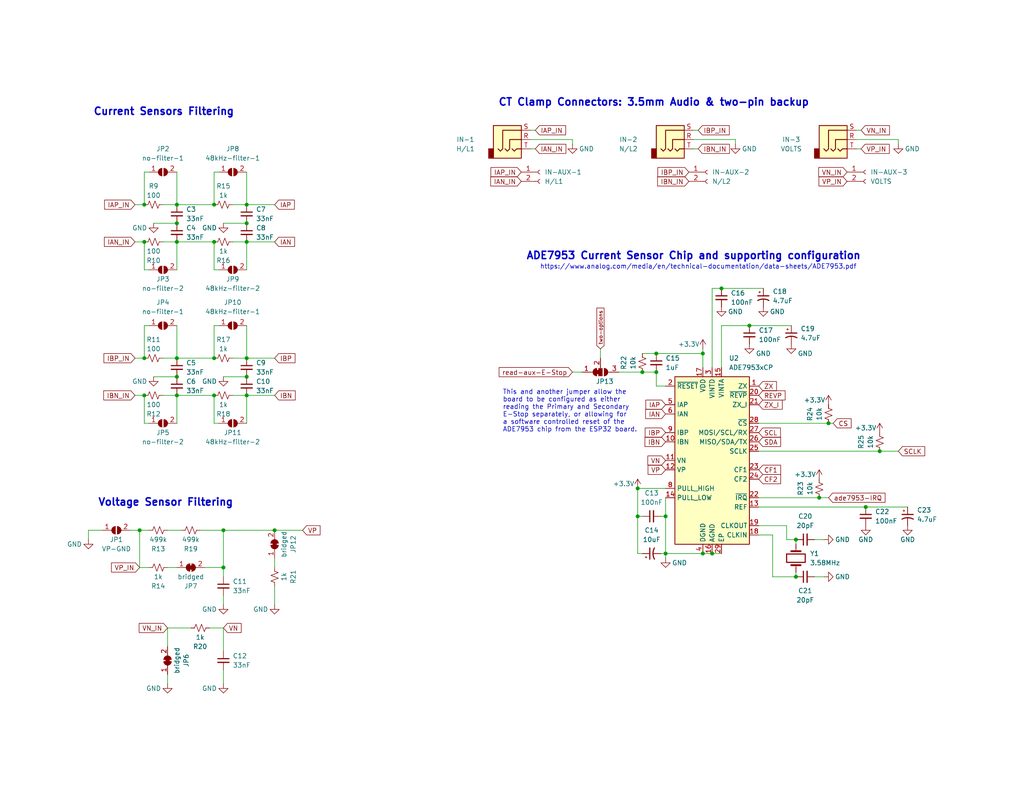
<source format=kicad_sch>
(kicad_sch (version 20211123) (generator eeschema)
  (paper "USLetter")
  (title_block (title "ADE7953 Current Sensor") (date "2022-10-09") (rev "3") (company "Corey Rice & MakeHaven") (comment 1 "ADE7953 implemented as in engineering development board") (comment 2 "Pull-up resistors added to configure chip for I2C communication") (comment 3 "3 connectors added, to read 2 current channels and 1 voltage"))
  (lib_symbols
    (symbol "+3.3V_1" (power) (pin_names (offset 0))
      (property "Value" "+3.3V_1" (at 0 3.556 0))
      (symbol "+3.3V_1_0_1"
        (polyline (pts (xy -0.762 1.27) (xy 0 2.54)))
        (polyline (pts (xy 0 0) (xy 0 2.54)))
        (polyline (pts (xy 0 2.54) (xy 0.762 1.27)))
      )
      (symbol "+3.3V_1_1_1"
        (pin power_in line (at 0 0 90) (length 0) hide (name "+3.3V") (number "1"))
      )
    )
    (symbol "Connector:AudioJack3"
      (property "Reference" "J" (at 0 8.89 0))
      (property "Value" "AudioJack3" (at 0 6.35 0))
      (symbol "AudioJack3_0_1"
        (rectangle (start -5.08 -5.08) (end -6.35 -2.54) (stroke (width 0.254)) (fill (type outline)))
        (polyline (pts (xy 0 -2.54) (xy 0.635 -3.175) (xy 1.27 -2.54) (xy 2.54 -2.54)) (stroke (width 0.254)))
        (polyline (pts (xy -1.905 -2.54) (xy -1.27 -3.175) (xy -0.635 -2.54) (xy -0.635 0) (xy 2.54 0)) (stroke (width 0.254)))
        (polyline (pts (xy 2.54 2.54) (xy -2.54 2.54) (xy -2.54 -2.54) (xy -3.175 -3.175) (xy -3.81 -2.54)) (stroke (width 0.254)))
        (rectangle (start 2.54 3.81) (end -5.08 -5.08) (stroke (width 0.254)) (fill (type background)))
      )
      (symbol "AudioJack3_1_1"
        (pin passive line (at 5.08 0 180) (length 2.54) (name "~") (number "R"))
        (pin passive line (at 5.08 2.54 180) (length 2.54) (name "~") (number "S"))
        (pin passive line (at 5.08 -2.54 180) (length 2.54) (name "~") (number "T"))
      )
    )
    (symbol "Connector:Conn_01x02_Female" (pin_names (offset 1.016) hide)
      (property "Reference" "J" (at 0 2.54 0))
      (property "Value" "Conn_01x02_Female" (at 0 -5.08 0))
      (symbol "Conn_01x02_Female_1_1"
        (arc (start 0 -2.032) (mid -0.508 -2.54) (end 0 -3.048) (stroke (width 0.1524)))
        (polyline (pts (xy -1.27 -2.54) (xy -0.508 -2.54)) (stroke (width 0.1524)))
        (polyline (pts (xy -1.27 0) (xy -0.508 0)) (stroke (width 0.1524)))
        (arc (start 0 0.508) (mid -0.508 0) (end 0 -0.508) (stroke (width 0.1524)))
        (pin passive line (at -5.08 0 0) (length 3.81) (name "Pin_1") (number "1"))
        (pin passive line (at -5.08 -2.54 0) (length 3.81) (name "Pin_2") (number "2"))
      )
    )
    (symbol "Device:C_Polarized_Small_US" (pin_numbers hide) (pin_names (offset 0.254) hide)
      (property "Reference" "C" (at 0.254 1.778 0))
      (property "Value" "C_Polarized_Small_US" (at 0.254 -2.032 0))
      (symbol "C_Polarized_Small_US_0_1"
        (polyline (pts (xy -1.524 0.508) (xy 1.524 0.508)) (stroke (width 0.3048)))
        (polyline (pts (xy -1.27 1.524) (xy -0.762 1.524)))
        (polyline (pts (xy -1.016 1.27) (xy -1.016 1.778)))
        (arc (start 1.524 -0.762) (mid 0 -0.3734) (end -1.524 -0.762) (stroke (width 0.3048)))
      )
      (symbol "C_Polarized_Small_US_1_1"
        (pin passive line (at 0 2.54 270) (length 2.032) (name "~") (number "1"))
        (pin passive line (at 0 -2.54 90) (length 2.032) (name "~") (number "2"))
      )
    )
    (symbol "Device:C_Small" (pin_numbers hide) (pin_names (offset 0.254) hide)
      (property "Reference" "C" (at 0.254 1.778 0))
      (property "Value" "C_Small" (at 0.254 -2.032 0))
      (symbol "C_Small_0_1"
        (polyline (pts (xy -1.524 -0.508) (xy 1.524 -0.508)) (stroke (width 0.3302)))
        (polyline (pts (xy -1.524 0.508) (xy 1.524 0.508)) (stroke (width 0.3048)))
      )
      (symbol "C_Small_1_1"
        (pin passive line (at 0 2.54 270) (length 2.032) (name "~") (number "1"))
        (pin passive line (at 0 -2.54 90) (length 2.032) (name "~") (number "2"))
      )
    )
    (symbol "Device:Crystal" (pin_numbers hide) (pin_names (offset 1.016) hide)
      (property "Reference" "Y" (at 0 3.81 0))
      (property "Value" "Crystal" (at 0 -3.81 0))
      (symbol "Crystal_0_1"
        (rectangle (start -1.143 2.54) (end 1.143 -2.54) (stroke (width 0.3048)))
        (polyline (pts (xy -2.54 0) (xy -1.905 0)))
        (polyline (pts (xy -1.905 -1.27) (xy -1.905 1.27)) (stroke (width 0.508)))
        (polyline (pts (xy 1.905 -1.27) (xy 1.905 1.27)) (stroke (width 0.508)))
        (polyline (pts (xy 2.54 0) (xy 1.905 0)))
      )
      (symbol "Crystal_1_1"
        (pin passive line (at -3.81 0 0) (length 1.27) (name "1") (number "1"))
        (pin passive line (at 3.81 0 180) (length 1.27) (name "2") (number "2"))
      )
    )
    (symbol "Device:R_Small_US" (pin_numbers hide) (pin_names (offset 0.254) hide)
      (property "Reference" "R" (at 0.762 0.508 0))
      (property "Value" "R_Small_US" (at 0.762 -1.016 0))
      (symbol "R_Small_US_1_1"
        (polyline (pts (xy 0 0) (xy 1.016 -0.381) (xy 0 -0.762) (xy -1.016 -1.143) (xy 0 -1.524)))
        (polyline (pts (xy 0 1.524) (xy 1.016 1.143) (xy 0 0.762) (xy -1.016 0.381) (xy 0 0)))
        (pin passive line (at 0 2.54 270) (length 1.016) (name "~") (number "1"))
        (pin passive line (at 0 -2.54 90) (length 1.016) (name "~") (number "2"))
      )
    )
    (symbol "Jumper:SolderJumper_2_Bridged" (pin_names (offset 0) hide)
      (property "Reference" "JP" (at 0 2.032 0))
      (property "Value" "SolderJumper_2_Bridged" (at 0 -2.54 0))
      (symbol "SolderJumper_2_Bridged_0_1"
        (rectangle (start -0.508 0.508) (end 0.508 -0.508) (fill (type outline)))
        (arc (start -0.254 1.016) (mid -1.27 0) (end -0.254 -1.016))
        (arc (start -0.254 1.016) (mid -1.27 0) (end -0.254 -1.016) (fill (type outline)))
        (polyline (pts (xy -0.254 1.016) (xy -0.254 -1.016)))
        (polyline (pts (xy 0.254 1.016) (xy 0.254 -1.016)))
        (arc (start 0.254 -1.016) (mid 1.27 0) (end 0.254 1.016))
        (arc (start 0.254 -1.016) (mid 1.27 0) (end 0.254 1.016) (fill (type outline)))
      )
      (symbol "SolderJumper_2_Bridged_1_1"
        (pin passive line (at -3.81 0 0) (length 2.54) (name "A") (number "1"))
        (pin passive line (at 3.81 0 180) (length 2.54) (name "B") (number "2"))
      )
    )
    (symbol "Jumper:SolderJumper_2_Open" (pin_names (offset 0) hide)
      (property "Reference" "JP" (at 0 2.032 0))
      (property "Value" "SolderJumper_2_Open" (at 0 -2.54 0))
      (symbol "SolderJumper_2_Open_0_1"
        (arc (start -0.254 1.016) (mid -1.27 0) (end -0.254 -1.016))
        (arc (start -0.254 1.016) (mid -1.27 0) (end -0.254 -1.016) (fill (type outline)))
        (polyline (pts (xy -0.254 1.016) (xy -0.254 -1.016)))
        (polyline (pts (xy 0.254 1.016) (xy 0.254 -1.016)))
        (arc (start 0.254 -1.016) (mid 1.27 0) (end 0.254 1.016))
        (arc (start 0.254 -1.016) (mid 1.27 0) (end 0.254 1.016) (fill (type outline)))
      )
      (symbol "SolderJumper_2_Open_1_1"
        (pin passive line (at -3.81 0 0) (length 2.54) (name "A") (number "1"))
        (pin passive line (at 3.81 0 180) (length 2.54) (name "B") (number "2"))
      )
    )
    (symbol "Jumper:SolderJumper_3_Bridged12" (pin_names (offset 0) hide)
      (property "Reference" "JP" (at -2.54 -2.54 0))
      (property "Value" "SolderJumper_3_Bridged12" (at 0 2.794 0))
      (symbol "SolderJumper_3_Bridged12_0_1"
        (rectangle (start -1.016 0.508) (end -0.508 -0.508) (fill (type outline)))
        (arc (start -1.016 1.016) (mid -2.032 0) (end -1.016 -1.016))
        (arc (start -1.016 1.016) (mid -2.032 0) (end -1.016 -1.016) (fill (type outline)))
        (rectangle (start -0.508 1.016) (end 0.508 -1.016) (fill (type outline)))
        (polyline (pts (xy -2.54 0) (xy -2.032 0)))
        (polyline (pts (xy -1.016 1.016) (xy -1.016 -1.016)))
        (polyline (pts (xy 0 -1.27) (xy 0 -1.016)))
        (polyline (pts (xy 1.016 1.016) (xy 1.016 -1.016)))
        (polyline (pts (xy 2.54 0) (xy 2.032 0)))
        (arc (start 1.016 -1.016) (mid 2.032 0) (end 1.016 1.016))
        (arc (start 1.016 -1.016) (mid 2.032 0) (end 1.016 1.016) (fill (type outline)))
      )
      (symbol "SolderJumper_3_Bridged12_1_1"
        (pin passive line (at -5.08 0 0) (length 2.54) (name "A") (number "1"))
        (pin passive line (at 0 -3.81 90) (length 2.54) (name "C") (number "2"))
        (pin passive line (at 5.08 0 180) (length 2.54) (name "B") (number "3"))
      )
    )
    (symbol "Sensor:ADE7953xCP"
      (property "Reference" "U1" (at 4.5594 27.94 0))
      (property "Value" "ADE7953xCP" (at 4.5594 25.4 0))
      (symbol "ADE7953xCP_0_1"
        (rectangle (start 10.16 -22.86) (end -10.16 22.86) (stroke (width 0.254)) (fill (type background)))
      )
      (symbol "ADE7953xCP_1_1"
        (pin output line (at 12.7 20.32 180) (length 2.54) (name "ZX") (number "1"))
        (pin input line (at -12.7 5.08 0) (length 2.54) (name "IBN") (number "10"))
        (pin input line (at -12.7 0 0) (length 2.54) (name "VN") (number "11"))
        (pin input line (at -12.7 -2.54 0) (length 2.54) (name "VP") (number "12"))
        (pin input line (at 12.7 -12.7 180) (length 2.54) (name "REF") (number "13"))
        (pin input line (at -12.7 -10.16 0) (length 2.54) (name "PULL_LOW") (number "14"))
        (pin power_out line (at 2.54 25.4 270) (length 2.54) (name "VINTA") (number "15"))
        (pin power_in line (at 0 -25.4 90) (length 2.54) (name "AGND") (number "16"))
        (pin power_in line (at -2.54 25.4 270) (length 2.54) (name "VDD") (number "17"))
        (pin input line (at 12.7 -20.32 180) (length 2.54) (name "CLKIN") (number "18"))
        (pin output line (at 12.7 -17.78 180) (length 2.54) (name "CLKOUT") (number "19"))
        (pin input line (at -12.7 20.32 0) (length 2.54) (name "~{RESET}") (number "2"))
        (pin output line (at 12.7 17.78 180) (length 2.54) (name "~{REVP}") (number "20"))
        (pin output line (at 12.7 15.24 180) (length 2.54) (name "ZX_I") (number "21"))
        (pin open_collector line (at 12.7 -10.16 180) (length 2.54) (name "~{IRQ}") (number "22"))
        (pin output line (at 12.7 -2.54 180) (length 2.54) (name "CF1") (number "23"))
        (pin output line (at 12.7 -5.08 180) (length 2.54) (name "CF2") (number "24"))
        (pin input line (at 12.7 2.54 180) (length 2.54) (name "SCLK") (number "25"))
        (pin bidirectional line (at 12.7 5.08 180) (length 2.54) (name "MISO/SDA/TX") (number "26"))
        (pin input line (at 12.7 7.62 180) (length 2.54) (name "MOSI/SCL/RX") (number "27"))
        (pin input line (at 12.7 10.16 180) (length 2.54) (name "~{CS}") (number "28"))
        (pin passive line (at 2.54 -25.4 90) (length 2.54) (name "EP") (number "29"))
        (pin power_out line (at 0 25.4 270) (length 2.54) (name "VINTD") (number "3"))
        (pin power_in line (at -2.54 -25.4 90) (length 2.54) (name "DGND") (number "4"))
        (pin input line (at -12.7 15.24 0) (length 2.54) (name "IAP") (number "5"))
        (pin input line (at -12.7 12.7 0) (length 2.54) (name "IAN") (number "6"))
        (pin input line (at -12.7 -7.62 0) (length 2.54) hide (name "PULL_HIGH") (number "7"))
        (pin input line (at -12.7 -7.62 0) (length 2.54) (name "PULL_HIGH") (number "8"))
        (pin input line (at -12.7 7.62 0) (length 2.54) (name "IBP") (number "9"))
      )
    )
    (symbol "power:GND" (power) (pin_names (offset 0))
      (property "Value" "GND" (at 0 -3.81 0))
      (symbol "GND_0_1"
        (polyline (pts (xy 0 0) (xy 0 -1.27) (xy 1.27 -1.27) (xy 0 -2.54) (xy -1.27 -1.27) (xy 0 -1.27)))
      )
      (symbol "GND_1_1"
        (pin power_in line (at 0 0 270) (length 0) hide (name "GND") (number "1"))
      )
    )
  )
  (junction (at 217.17 147.32))
  (junction (at 39.37 107.95))
  (junction (at 74.93 144.78))
  (junction (at 48.26 60.96))
  (junction (at 39.37 66.04))
  (junction (at 204.47 88.9))
  (junction (at 58.42 55.88))
  (junction (at 194.31 151.13))
  (junction (at 236.22 138.43))
  (junction (at 39.37 97.79))
  (junction (at 58.42 107.95))
  (junction (at 48.26 97.79))
  (junction (at 226.06 115.57))
  (junction (at 58.42 66.04))
  (junction (at 179.07 96.52))
  (junction (at 67.31 55.88))
  (junction (at 240.03 123.19))
  (junction (at 48.26 66.04))
  (junction (at 48.26 55.88))
  (junction (at 48.26 102.87))
  (junction (at 48.26 107.95))
  (junction (at 181.61 140.97))
  (junction (at 223.52 135.89))
  (junction (at 175.26 101.6))
  (junction (at 173.99 140.97))
  (junction (at 58.42 97.79))
  (junction (at 67.31 107.95))
  (junction (at 191.77 96.52))
  (junction (at 67.31 66.04))
  (junction (at 67.31 60.96))
  (junction (at 196.85 78.74))
  (junction (at 173.99 133.35))
  (junction (at 67.31 97.79))
  (junction (at 179.07 101.6))
  (junction (at 191.77 151.13))
  (junction (at 38.1 144.78))
  (junction (at 181.61 151.13))
  (junction (at 60.96 144.78))
  (junction (at 217.17 157.48))
  (junction (at 39.37 55.88))
  (junction (at 67.31 102.87))
  (junction (at 60.96 154.94))
  (wire (pts (xy 58.42 46.99) (xy 58.42 55.88)))
  (wire (pts (xy 245.11 38.1) (xy 233.68 38.1)))
  (wire (pts (xy 236.22 138.43) (xy 247.65 138.43)))
  (wire (pts (xy 179.07 105.41) (xy 179.07 101.6)))
  (wire (pts (xy 36.83 55.88) (xy 39.37 55.88)))
  (wire (pts (xy 191.77 95.25) (xy 191.77 96.52)))
  (wire (pts (xy 60.96 144.78) (xy 74.93 144.78)))
  (wire (pts (xy 67.31 88.9) (xy 67.31 97.79)))
  (wire (pts (xy 194.31 100.33) (xy 194.31 78.74)))
  (wire (pts (xy 168.91 101.6) (xy 175.26 101.6)))
  (wire (pts (xy 48.26 46.99) (xy 48.26 55.88)))
  (wire (pts (xy 173.99 133.35) (xy 173.99 140.97)))
  (wire (pts (xy 74.93 152.4) (xy 74.93 154.94)))
  (wire (pts (xy 207.01 138.43) (xy 236.22 138.43)))
  (wire (pts (xy 233.68 40.64) (xy 234.95 40.64)))
  (wire (pts (xy 181.61 140.97) (xy 181.61 151.13)))
  (wire (pts (xy 74.93 107.95) (xy 67.31 107.95)))
  (wire (pts (xy 48.26 107.95) (xy 58.42 107.95)))
  (wire (pts (xy 57.15 171.45) (xy 60.96 171.45)))
  (wire (pts (xy 226.06 115.57) (xy 207.01 115.57)))
  (wire (pts (xy 196.85 151.13) (xy 194.31 151.13)))
  (wire (pts (xy 207.01 143.51) (xy 214.63 143.51)))
  (wire (pts (xy 36.83 107.95) (xy 39.37 107.95)))
  (wire (pts (xy 190.5 35.56) (xy 189.23 35.56)))
  (wire (pts (xy 191.77 96.52) (xy 191.77 100.33)))
  (wire (pts (xy 181.61 151.13) (xy 181.61 152.4)))
  (wire (pts (xy 63.5 97.79) (xy 67.31 97.79)))
  (wire (pts (xy 41.91 60.96) (xy 48.26 60.96)))
  (wire (pts (xy 59.69 88.9) (xy 58.42 88.9)))
  (wire (pts (xy 60.96 102.87) (xy 67.31 102.87)))
  (wire (pts (xy 175.26 101.6) (xy 179.07 101.6)))
  (wire (pts (xy 40.64 88.9) (xy 39.37 88.9)))
  (wire (pts (xy 156.21 101.6) (xy 158.75 101.6)))
  (wire (pts (xy 39.37 46.99) (xy 39.37 55.88)))
  (wire (pts (xy 40.64 115.57) (xy 39.37 115.57)))
  (wire (pts (xy 63.5 107.95) (xy 67.31 107.95)))
  (wire (pts (xy 194.31 78.74) (xy 196.85 78.74)))
  (wire (pts (xy 36.83 97.79) (xy 39.37 97.79)))
  (wire (pts (xy 67.31 46.99) (xy 67.31 55.88)))
  (wire (pts (xy 144.78 38.1) (xy 156.21 38.1)))
  (wire (pts (xy 38.1 154.94) (xy 38.1 144.78)))
  (wire (pts (xy 45.72 154.94) (xy 48.26 154.94)))
  (wire (pts (xy 24.13 144.78) (xy 24.13 147.32)))
  (wire (pts (xy 146.05 35.56) (xy 144.78 35.56)))
  (wire (pts (xy 196.85 78.74) (xy 208.28 78.74)))
  (wire (pts (xy 173.99 151.13) (xy 175.26 151.13)))
  (wire (pts (xy 60.96 154.94) (xy 60.96 157.48)))
  (wire (pts (xy 35.56 144.78) (xy 38.1 144.78)))
  (wire (pts (xy 200.66 39.37) (xy 200.66 38.1)))
  (wire (pts (xy 214.63 147.32) (xy 217.17 147.32)))
  (wire (pts (xy 41.91 102.87) (xy 48.26 102.87)))
  (wire (pts (xy 181.61 151.13) (xy 180.34 151.13)))
  (wire (pts (xy 63.5 66.04) (xy 67.31 66.04)))
  (wire (pts (xy 48.26 88.9) (xy 48.26 97.79)))
  (wire (pts (xy 207.01 146.05) (xy 210.82 146.05)))
  (wire (pts (xy 181.61 140.97) (xy 180.34 140.97)))
  (wire (pts (xy 200.66 38.1) (xy 189.23 38.1)))
  (wire (pts (xy 59.69 115.57) (xy 58.42 115.57)))
  (wire (pts (xy 58.42 115.57) (xy 58.42 107.95)))
  (wire (pts (xy 181.61 135.89) (xy 181.61 140.97)))
  (wire (pts (xy 74.93 160.02) (xy 74.93 165.1)))
  (wire (pts (xy 175.26 140.97) (xy 173.99 140.97)))
  (wire (pts (xy 245.11 123.19) (xy 240.03 123.19)))
  (wire (pts (xy 48.26 66.04) (xy 58.42 66.04)))
  (wire (pts (xy 39.37 115.57) (xy 39.37 107.95)))
  (wire (pts (xy 194.31 151.13) (xy 191.77 151.13)))
  (wire (pts (xy 67.31 107.95) (xy 67.31 115.57)))
  (wire (pts (xy 196.85 88.9) (xy 196.85 100.33)))
  (wire (pts (xy 156.21 39.37) (xy 156.21 38.1)))
  (wire (pts (xy 40.64 73.66) (xy 39.37 73.66)))
  (wire (pts (xy 226.06 135.89) (xy 223.52 135.89)))
  (wire (pts (xy 48.26 66.04) (xy 48.26 73.66)))
  (wire (pts (xy 173.99 133.35) (xy 181.61 133.35)))
  (wire (pts (xy 210.82 146.05) (xy 210.82 157.48)))
  (wire (pts (xy 60.96 60.96) (xy 67.31 60.96)))
  (wire (pts (xy 63.5 55.88) (xy 67.31 55.88)))
  (wire (pts (xy 179.07 96.52) (xy 191.77 96.52)))
  (wire (pts (xy 173.99 140.97) (xy 173.99 151.13)))
  (wire (pts (xy 54.61 144.78) (xy 60.96 144.78)))
  (wire (pts (xy 60.96 144.78) (xy 60.96 154.94)))
  (wire (pts (xy 191.77 151.13) (xy 181.61 151.13)))
  (wire (pts (xy 59.69 46.99) (xy 58.42 46.99)))
  (wire (pts (xy 196.85 88.9) (xy 204.47 88.9)))
  (wire (pts (xy 44.45 66.04) (xy 48.26 66.04)))
  (wire (pts (xy 44.45 97.79) (xy 48.26 97.79)))
  (wire (pts (xy 27.94 144.78) (xy 24.13 144.78)))
  (wire (pts (xy 40.64 46.99) (xy 39.37 46.99)))
  (wire (pts (xy 181.61 105.41) (xy 179.07 105.41)))
  (wire (pts (xy 175.26 96.52) (xy 179.07 96.52)))
  (wire (pts (xy 67.31 66.04) (xy 67.31 73.66)))
  (wire (pts (xy 40.64 154.94) (xy 38.1 154.94)))
  (wire (pts (xy 234.95 35.56) (xy 233.68 35.56)))
  (wire (pts (xy 45.72 171.45) (xy 52.07 171.45)))
  (wire (pts (xy 74.93 144.78) (xy 82.55 144.78)))
  (wire (pts (xy 163.83 95.25) (xy 163.83 97.79)))
  (wire (pts (xy 207.01 135.89) (xy 223.52 135.89)))
  (wire (pts (xy 222.25 147.32) (xy 224.79 147.32)))
  (wire (pts (xy 59.69 73.66) (xy 58.42 73.66)))
  (wire (pts (xy 60.96 182.88) (xy 60.96 186.69)))
  (wire (pts (xy 217.17 147.32) (xy 217.17 148.59)))
  (wire (pts (xy 214.63 143.51) (xy 214.63 147.32)))
  (wire (pts (xy 44.45 55.88) (xy 48.26 55.88)))
  (wire (pts (xy 38.1 144.78) (xy 40.64 144.78)))
  (wire (pts (xy 74.93 97.79) (xy 67.31 97.79)))
  (wire (pts (xy 60.96 171.45) (xy 60.96 177.8)))
  (wire (pts (xy 146.05 40.64) (xy 144.78 40.64)))
  (wire (pts (xy 45.72 184.15) (xy 45.72 186.69)))
  (wire (pts (xy 60.96 162.56) (xy 60.96 165.1)))
  (wire (pts (xy 222.25 157.48) (xy 224.79 157.48)))
  (wire (pts (xy 45.72 176.53) (xy 45.72 171.45)))
  (wire (pts (xy 210.82 157.48) (xy 217.17 157.48)))
  (wire (pts (xy 58.42 73.66) (xy 58.42 66.04)))
  (wire (pts (xy 48.26 107.95) (xy 48.26 115.57)))
  (wire (pts (xy 55.88 154.94) (xy 60.96 154.94)))
  (wire (pts (xy 245.11 39.37) (xy 245.11 38.1)))
  (wire (pts (xy 48.26 55.88) (xy 58.42 55.88)))
  (wire (pts (xy 48.26 97.79) (xy 58.42 97.79)))
  (wire (pts (xy 217.17 156.21) (xy 217.17 157.48)))
  (wire (pts (xy 58.42 88.9) (xy 58.42 97.79)))
  (wire (pts (xy 204.47 88.9) (xy 215.9 88.9)))
  (wire (pts (xy 227.33 115.57) (xy 226.06 115.57)))
  (wire (pts (xy 74.93 66.04) (xy 67.31 66.04)))
  (wire (pts (xy 189.23 40.64) (xy 190.5 40.64)))
  (wire (pts (xy 44.45 107.95) (xy 48.26 107.95)))
  (wire (pts (xy 36.83 66.04) (xy 39.37 66.04)))
  (wire (pts (xy 240.03 123.19) (xy 207.01 123.19)))
  (wire (pts (xy 45.72 144.78) (xy 49.53 144.78)))
  (wire (pts (xy 39.37 88.9) (xy 39.37 97.79)))
  (wire (pts (xy 74.93 55.88) (xy 67.31 55.88)))
  (wire (pts (xy 39.37 73.66) (xy 39.37 66.04)))
  (text "CT Clamp Connectors: 3.5mm Audio & two-pin backup" (at 135.89 29.21 0) (effects (font (size 2 2) (thickness 0.4) bold) (justify left bottom)))
  (text "Voltage Sensor Filtering" (at 26.67 138.43 0) (effects (font (size 2 2) (thickness 0.4) bold) (justify left bottom)))
  (text "https://www.analog.com/media/en/technical-documentation/data-sheets/ADE7953.pdf\n" (at 147.32 73.66 0) (effects (font (size 1.27 1.27)) (justify left bottom)))
  (text "ADE7953 Current Sensor Chip and supporting configuration" (at 143.51 71.12 0) (effects (font (size 2 2) (thickness 0.4) bold) (justify left bottom)))
  (text "Current Sensors Filtering" (at 25.4 31.75 0) (effects (font (size 2 2) (thickness 0.4) bold) (justify left bottom)))
  (text "This and another jumper allow the \nboard to be configured as either \nreading the Primary and Secondary \nE-Stop separately, or allowing for \na software controlled reset of the \nADE7953 chip from the ESP32 board." (at 137.16 118.11 0) (effects (font (size 1.27 1.27)) (justify left bottom)))
  (global_label "REVP" (shape input) (at 207.01 107.95 0) (property "Intersheet References" "${INTERSHEET_REFS}" (effects hide)))
  (global_label "IBN_IN" (shape input) (at 190.5 40.64 0) (property "Intersheet References" "${INTERSHEET_REFS}" (effects hide)))
  (global_label "VN_IN" (shape input) (at 45.72 171.45 180) (property "Intersheet References" "${INTERSHEET_REFS}" (effects hide)))
  (global_label "IBN" (shape input) (at 74.93 107.95 0) (property "Intersheet References" "${INTERSHEET_REFS}" (effects hide)))
  (global_label "IBP" (shape input) (at 74.93 97.79 0) (property "Intersheet References" "${INTERSHEET_REFS}" (effects hide)))
  (global_label "IAN_IN" (shape input) (at 36.83 66.04 180) (property "Intersheet References" "${INTERSHEET_REFS}" (effects hide)))
  (global_label "IBP_IN" (shape input) (at 187.96 46.99 180) (property "Intersheet References" "${INTERSHEET_REFS}" (effects hide)))
  (global_label "VP" (shape input) (at 82.55 144.78 0) (property "Intersheet References" "${INTERSHEET_REFS}" (effects hide)))
  (global_label "VN_IN" (shape input) (at 234.95 35.56 0) (property "Intersheet References" "${INTERSHEET_REFS}" (effects hide)))
  (global_label "IAP_IN" (shape input) (at 142.24 46.99 180) (property "Intersheet References" "${INTERSHEET_REFS}" (effects hide)))
  (global_label "SCL" (shape input) (at 207.01 118.11 0) (property "Intersheet References" "${INTERSHEET_REFS}" (effects hide)))
  (global_label "ade7953-IRQ" (shape input) (at 226.06 135.89 0) (property "Intersheet References" "${INTERSHEET_REFS}" (effects hide)))
  (global_label "VP" (shape input) (at 181.61 128.27 180) (property "Intersheet References" "${INTERSHEET_REFS}" (effects hide)))
  (global_label "IAN" (shape input) (at 181.61 113.03 180) (property "Intersheet References" "${INTERSHEET_REFS}" (effects hide)))
  (global_label "VP_IN" (shape input) (at 38.1 154.94 180) (property "Intersheet References" "${INTERSHEET_REFS}" (effects hide)))
  (global_label "IAP_IN" (shape input) (at 36.83 55.88 180) (property "Intersheet References" "${INTERSHEET_REFS}" (effects hide)))
  (global_label "IBN_IN" (shape input) (at 187.96 49.53 180) (property "Intersheet References" "${INTERSHEET_REFS}" (effects hide)))
  (global_label "VP_IN" (shape input) (at 231.14 49.53 180) (property "Intersheet References" "${INTERSHEET_REFS}" (effects hide)))
  (global_label "SCLK" (shape input) (at 245.11 123.19 0) (property "Intersheet References" "${INTERSHEET_REFS}" (effects hide)))
  (global_label "VN_IN" (shape input) (at 231.14 46.99 180) (property "Intersheet References" "${INTERSHEET_REFS}" (effects hide)))
  (global_label "CF1" (shape input) (at 207.01 128.27 0) (property "Intersheet References" "${INTERSHEET_REFS}" (effects hide)))
  (global_label "IAP" (shape input) (at 74.93 55.88 0) (property "Intersheet References" "${INTERSHEET_REFS}" (effects hide)))
  (global_label "VP_IN" (shape input) (at 234.95 40.64 0) (property "Intersheet References" "${INTERSHEET_REFS}" (effects hide)))
  (global_label "IAN_IN" (shape input) (at 142.24 49.53 180) (property "Intersheet References" "${INTERSHEET_REFS}" (effects hide)))
  (global_label "IAP_IN" (shape input) (at 146.05 35.56 0) (property "Intersheet References" "${INTERSHEET_REFS}" (effects hide)))
  (global_label "ZX" (shape input) (at 207.01 105.41 0) (property "Intersheet References" "${INTERSHEET_REFS}" (effects hide)))
  (global_label "CS" (shape input) (at 227.33 115.57 0) (property "Intersheet References" "${INTERSHEET_REFS}" (effects hide)))
  (global_label "IAP" (shape input) (at 181.61 110.49 180) (property "Intersheet References" "${INTERSHEET_REFS}" (effects hide)))
  (global_label "IBN" (shape input) (at 181.61 120.65 180) (property "Intersheet References" "${INTERSHEET_REFS}" (effects hide)))
  (global_label "SDA" (shape input) (at 207.01 120.65 0) (property "Intersheet References" "${INTERSHEET_REFS}" (effects hide)))
  (global_label "read-aux-E-Stop" (shape input) (at 156.21 101.6 180) (property "Intersheet References" "${INTERSHEET_REFS}" (effects hide)))
  (global_label "IAN_IN" (shape input) (at 146.05 40.64 0) (property "Intersheet References" "${INTERSHEET_REFS}" (effects hide)))
  (global_label "ZX_I" (shape input) (at 207.01 110.49 0) (property "Intersheet References" "${INTERSHEET_REFS}" (effects hide)))
  (global_label "VN" (shape input) (at 60.96 171.45 0) (property "Intersheet References" "${INTERSHEET_REFS}" (effects hide)))
  (global_label "two-options" (shape input) (at 163.83 95.25 90) (effects (font (size 1 1))) (property "Intersheet References" "${INTERSHEET_REFS}" (effects hide)))
  (global_label "IBP_IN" (shape input) (at 36.83 97.79 180) (property "Intersheet References" "${INTERSHEET_REFS}" (effects hide)))
  (global_label "IBN_IN" (shape input) (at 36.83 107.95 180) (property "Intersheet References" "${INTERSHEET_REFS}" (effects hide)))
  (global_label "VN" (shape input) (at 181.61 125.73 180) (property "Intersheet References" "${INTERSHEET_REFS}" (effects hide)))
  (global_label "IAN" (shape input) (at 74.93 66.04 0) (property "Intersheet References" "${INTERSHEET_REFS}" (effects hide)))
  (global_label "IBP" (shape input) (at 181.61 118.11 180) (property "Intersheet References" "${INTERSHEET_REFS}" (effects hide)))
  (global_label "CF2" (shape input) (at 207.01 130.81 0) (property "Intersheet References" "${INTERSHEET_REFS}" (effects hide)))
  (global_label "IBP_IN" (shape input) (at 190.5 35.56 0) (property "Intersheet References" "${INTERSHEET_REFS}" (effects hide)))
  (symbol (lib_id "Device:C_Small") (at 196.85 81.28 0) (unit 1)
    (property "Reference" "C16" (at 199.39 80.0162 0) (effects (justify left)))
    (property "Value" "100nF" (at 199.39 82.5562 0) (effects (justify left)))
    (property "Footprint" "LED_SMD:LED_0603_1608Metric" (effects hide))
    (property "JLCPCB Part #" "C14663" (effects hide))
  )
  (symbol (lib_id "Device:C_Polarized_Small_US") (at 208.28 81.28 0) (unit 1)
    (property "Reference" "C18" (at 210.82 79.5781 0) (effects (justify left)))
    (property "Value" "4.7uF" (at 210.82 82.1181 0) (effects (justify left)))
    (property "Footprint" "Capacitor_THT:CP_Radial_D5.0mm_P2.00mm" (effects hide))
    (property "JLCPCB Part #" "C88759" (effects hide))
  )
  (symbol (lib_id "Device:R_Small_US") (at 60.96 97.79 90) (unit 1)
    (property "Reference" "R17" (at 60.96 92.71 90))
    (property "Value" "1k" (at 60.96 95.25 90))
    (property "Footprint" "Resistor_SMD:R_0603_1608Metric" (effects hide))
    (property "JLCPCB Part #" "C21190" (effects hide))
  )
  (symbol (lib_id "Device:C_Small") (at 219.71 147.32 90) (unit 1)
    (property "Reference" "C20" (at 219.7163 140.97 90))
    (property "Value" "20pF" (at 219.7163 143.51 90))
    (property "Footprint" "LED_SMD:LED_0603_1608Metric" (effects hide))
    (property "JLCPCB Part #" "C1648" (effects hide))
  )
  (symbol (lib_id "power:GND") (at 196.85 83.82 0) (unit 1)
    (property "Reference" "#PWR0145" (effects hide))
    (property "Value" "GND" (at 200.66 85.09 0))
  )
  (symbol (lib_id "power:GND") (at 41.91 102.87 0) (unit 1)
    (property "Reference" "#PWR0137" (effects hide))
    (property "Value" "GND" (at 38.1 104.14 0))
  )
  (symbol (lib_id "Device:C_Polarized_Small_US") (at 215.9 91.44 0) (unit 1)
    (property "Reference" "C19" (at 218.44 89.7381 0) (effects (justify left)))
    (property "Value" "4.7uF" (at 218.44 92.2781 0) (effects (justify left)))
    (property "Footprint" "Capacitor_THT:CP_Radial_D5.0mm_P2.00mm" (effects hide))
    (property "JLCPCB Part #" "C88759" (effects hide))
  )
  (symbol (lib_id "Device:C_Polarized_Small_US") (at 177.8 151.13 90) (unit 1)
    (property "Reference" "C14" (at 177.8 144.78 90))
    (property "Value" "10uF" (at 177.8 147.32 90))
    (property "Footprint" "Capacitor_THT:CP_Radial_D5.0mm_P2.00mm" (effects hide))
    (property "JLCPCB Part #" "C88726" (effects hide))
  )
  (symbol (lib_id "Jumper:SolderJumper_2_Bridged") (at 74.93 148.59 90) (unit 1)
    (property "Reference" "JP12" (at 80.01 148.59 0))
    (property "Value" "bridged" (at 77.47 148.59 0))
    (property "Footprint" "Jumper:SolderJumper-2_P1.3mm_Bridged_RoundedPad1.0x1.5mm" (effects hide))
  )
  (symbol (lib_id "power:GND") (at 60.96 186.69 0) (unit 1)
    (property "Reference" "#PWR0133" (effects hide))
    (property "Value" "GND" (at 57.15 187.96 0))
  )
  (symbol (lib_id "power:GND") (at 24.13 147.32 0) (unit 1)
    (property "Reference" "#PWR0135" (effects hide))
    (property "Value" "GND" (at 20.32 148.59 0))
  )
  (symbol (lib_id "Device:C_Small") (at 67.31 105.41 0) (unit 1)
    (property "Reference" "C10" (at 69.85 104.1462 0) (effects (justify left)))
    (property "Value" "33nF" (at 69.85 106.6862 0) (effects (justify left)))
    (property "Footprint" "LED_SMD:LED_0603_1608Metric" (effects hide))
    (property "JLCPCB Part #" "C21117" (effects hide))
  )
  (symbol (lib_id "Device:R_Small_US") (at 43.18 154.94 270) (unit 1)
    (property "Reference" "R14" (at 43.18 160.02 90))
    (property "Value" "1k" (at 43.18 157.48 90))
    (property "Footprint" "Resistor_SMD:R_0603_1608Metric" (effects hide))
    (property "JLCPCB Part #" "C21190" (effects hide))
  )
  (symbol (lib_id "Jumper:SolderJumper_2_Open") (at 63.5 88.9 0) (unit 1)
    (property "Reference" "JP10" (at 63.5 82.55 0))
    (property "Value" "48kHz-filter-1" (at 63.5 85.09 0))
    (property "Footprint" "Jumper:SolderJumper-2_P1.3mm_Open_RoundedPad1.0x1.5mm" (effects hide))
  )
  (symbol (lib_name "+3.3V_1") (lib_id "power:+3.3V") (at 173.99 133.35 0) (unit 1)
    (property "Reference" "#PWR0128" (effects hide))
    (property "Value" "+3.3V" (at 170.18 132.08 0))
  )
  (symbol (lib_id "Device:R_Small_US") (at 175.26 99.06 180) (unit 1)
    (property "Reference" "R22" (at 170.18 99.06 90))
    (property "Value" "10k" (at 172.72 99.06 90))
    (property "Footprint" "Resistor_SMD:R_0603_1608Metric" (effects hide))
    (property "JLCPCB Part #" "C25804" (effects hide))
  )
  (symbol (lib_id "Connector:AudioJack3") (at 184.15 38.1 0) (unit 1)
    (property "Reference" "IN-2" (at 171.45 38.1 0))
    (property "Value" "N/L2" (at 171.45 40.64 0))
    (property "Footprint" "Connector_Audio:Jack_3.5mm_CUI_SJ1-3525N_Horizontal" (effects hide))
    (property "JLCPCB Part #" "C692542" (effects hide))
  )
  (symbol (lib_id "Device:C_Small") (at 67.31 100.33 0) (unit 1)
    (property "Reference" "C9" (at 69.85 99.0662 0) (effects (justify left)))
    (property "Value" "33nF" (at 69.85 101.6062 0) (effects (justify left)))
    (property "Footprint" "LED_SMD:LED_0603_1608Metric" (effects hide))
    (property "JLCPCB Part #" "C21117" (effects hide))
  )
  (symbol (lib_id "power:GND") (at 60.96 60.96 0) (unit 1)
    (property "Reference" "#PWR0130" (effects hide))
    (property "Value" "GND" (at 57.15 62.23 0))
  )
  (symbol (lib_id "Device:R_Small_US") (at 60.96 107.95 270) (unit 1)
    (property "Reference" "R18" (at 60.96 113.03 90))
    (property "Value" "1k" (at 60.96 110.49 90))
    (property "Footprint" "Resistor_SMD:R_0603_1608Metric" (effects hide))
    (property "JLCPCB Part #" "C21190" (effects hide))
  )
  (symbol (lib_id "power:GND") (at 247.65 143.51 0) (unit 1)
    (property "Reference" "#PWR0149" (effects hide))
    (property "Value" "GND" (at 247.65 147.32 0))
  )
  (symbol (lib_id "Connector:Conn_01x02_Female") (at 236.22 46.99 0) (unit 1)
    (property "Reference" "IN-AUX-3" (at 237.49 46.9899 0) (effects (justify left)))
    (property "Value" "VOLTS" (at 237.49 49.5299 0) (effects (justify left)))
    (property "Footprint" "Connector_PinHeader_2.54mm:PinHeader_1x02_P2.54mm_Vertical" (effects hide))
  )
  (symbol (lib_id "Device:C_Small") (at 48.26 63.5 0) (unit 1)
    (property "Reference" "C4" (at 50.8 62.2362 0) (effects (justify left)))
    (property "Value" "33nF" (at 50.8 64.7762 0) (effects (justify left)))
    (property "Footprint" "LED_SMD:LED_0603_1608Metric" (effects hide))
    (property "JLCPCB Part #" "C21117" (effects hide))
  )
  (symbol (lib_id "power:GND") (at 156.21 39.37 0) (unit 1)
    (property "Reference" "#PWR0138" (effects hide))
    (property "Value" "GND" (at 160.02 40.64 0))
  )
  (symbol (lib_id "Device:C_Small") (at 204.47 91.44 0) (unit 1)
    (property "Reference" "C17" (at 207.01 90.1762 0) (effects (justify left)))
    (property "Value" "100nF" (at 207.01 92.7162 0) (effects (justify left)))
    (property "Footprint" "LED_SMD:LED_0603_1608Metric" (effects hide))
    (property "JLCPCB Part #" "C14663" (effects hide))
  )
  (symbol (lib_id "Device:C_Small") (at 48.26 100.33 0) (unit 1)
    (property "Reference" "C5" (at 50.8 99.0662 0) (effects (justify left)))
    (property "Value" "33nF" (at 50.8 101.6062 0) (effects (justify left)))
    (property "Footprint" "LED_SMD:LED_0603_1608Metric" (effects hide))
    (property "JLCPCB Part #" "C21117" (effects hide))
  )
  (symbol (lib_id "Device:Crystal") (at 217.17 152.4 90) (unit 1)
    (property "Reference" "Y1" (at 220.98 151.1299 90) (effects (justify right)))
    (property "Value" "3.58MHz" (at 220.98 153.6699 90) (effects (justify right)))
    (property "Footprint" "Crystal:Crystal_HC49-4H_Vertical" (effects hide))
    (property "JLCPCB Part #" "C2826865" (effects hide))
  )
  (symbol (lib_id "power:GND") (at 224.79 147.32 90) (unit 1)
    (property "Reference" "#PWR0150" (effects hide))
    (property "Value" "GND" (at 229.87 147.32 90))
  )
  (symbol (lib_id "Connector:Conn_01x02_Female") (at 147.32 46.99 0) (unit 1)
    (property "Reference" "IN-AUX-1" (at 148.59 46.9899 0) (effects (justify left)))
    (property "Value" "H/L1" (at 148.59 49.5299 0) (effects (justify left)))
    (property "Footprint" "Connector_PinHeader_2.54mm:PinHeader_1x02_P2.54mm_Vertical" (effects hide))
  )
  (symbol (lib_id "Device:R_Small_US") (at 60.96 66.04 270) (unit 1)
    (property "Reference" "R16" (at 60.96 71.12 90))
    (property "Value" "1k" (at 60.96 68.58 90))
    (property "Footprint" "Resistor_SMD:R_0603_1608Metric" (effects hide))
    (property "JLCPCB Part #" "C21190" (effects hide))
  )
  (symbol (lib_id "Device:R_Small_US") (at 60.96 55.88 90) (unit 1)
    (property "Reference" "R15" (at 60.96 50.8 90))
    (property "Value" "1k" (at 60.96 53.34 90))
    (property "Footprint" "Resistor_SMD:R_0603_1608Metric" (effects hide))
    (property "JLCPCB Part #" "C21190" (effects hide))
  )
  (symbol (lib_id "Jumper:SolderJumper_2_Open") (at 63.5 46.99 0) (unit 1)
    (property "Reference" "JP8" (at 63.5 40.64 0))
    (property "Value" "48kHz-filter-1" (at 63.5 43.18 0))
    (property "Footprint" "Jumper:SolderJumper-2_P1.3mm_Open_RoundedPad1.0x1.5mm" (effects hide))
  )
  (symbol (lib_name "+3.3V_1") (lib_id "power:+3.3V") (at 240.03 118.11 0) (unit 1)
    (property "Reference" "#PWR0125" (effects hide))
    (property "Value" "+3.3V" (at 236.22 116.84 0))
  )
  (symbol (lib_id "power:GND") (at 224.79 157.48 90) (unit 1)
    (property "Reference" "#PWR0152" (effects hide))
    (property "Value" "GND" (at 229.87 157.48 90))
  )
  (symbol (lib_name "+3.3V_1") (lib_id "power:+3.3V") (at 191.77 95.25 0) (unit 1)
    (property "Reference" "#PWR0143" (effects hide))
    (property "Value" "+3.3V" (at 187.96 93.98 0))
  )
  (symbol (lib_id "Device:C_Small") (at 177.8 140.97 90) (unit 1)
    (property "Reference" "C13" (at 177.8063 134.62 90))
    (property "Value" "100nF" (at 177.8063 137.16 90))
    (property "Footprint" "LED_SMD:LED_0603_1608Metric" (effects hide))
    (property "JLCPCB Part #" "C14663" (effects hide))
  )
  (symbol (lib_id "Device:R_Small_US") (at 52.07 144.78 270) (unit 1)
    (property "Reference" "R19" (at 52.07 149.86 90))
    (property "Value" "499k" (at 52.07 147.32 90))
    (property "Footprint" "Resistor_SMD:R_0603_1608Metric" (effects hide))
    (property "JLCPCB Part #" "C131054" (effects hide))
  )
  (symbol (lib_id "Jumper:SolderJumper_2_Open") (at 63.5 115.57 0) (unit 1)
    (property "Reference" "JP11" (at 63.5 118.11 0))
    (property "Value" "48kHz-filter-2" (at 63.5 120.65 0))
    (property "Footprint" "Jumper:SolderJumper-2_P1.3mm_Open_RoundedPad1.0x1.5mm" (effects hide))
  )
  (symbol (lib_name "+3.3V_1") (lib_id "power:+3.3V") (at 223.52 130.81 0) (unit 1)
    (property "Reference" "#PWR0119" (effects hide))
    (property "Value" "+3.3V" (at 219.71 129.54 0))
  )
  (symbol (lib_id "Jumper:SolderJumper_2_Open") (at 63.5 73.66 0) (unit 1)
    (property "Reference" "JP9" (at 63.5 76.2 0))
    (property "Value" "48kHz-filter-2" (at 63.5 78.74 0))
    (property "Footprint" "Jumper:SolderJumper-2_P1.3mm_Open_RoundedPad1.0x1.5mm" (effects hide))
  )
  (symbol (lib_id "Device:R_Small_US") (at 74.93 157.48 0) (unit 1)
    (property "Reference" "R21" (at 80.01 157.48 90))
    (property "Value" "1k" (at 77.47 157.48 90))
    (property "Footprint" "Resistor_SMD:R_0603_1608Metric" (effects hide))
    (property "JLCPCB Part #" "C21190" (effects hide))
  )
  (symbol (lib_id "power:GND") (at 208.28 83.82 0) (unit 1)
    (property "Reference" "#PWR0144" (effects hide))
    (property "Value" "GND" (at 212.09 85.09 0))
  )
  (symbol (lib_id "Connector:AudioJack3") (at 228.6 38.1 0) (unit 1)
    (property "Reference" "IN-3" (at 215.9 38.1 0))
    (property "Value" "VOLTS" (at 215.9 40.64 0))
    (property "Footprint" "Connector_Audio:Jack_3.5mm_CUI_SJ1-3525N_Horizontal" (effects hide))
    (property "JLCPCB Part #" "C692542" (effects hide))
  )
  (symbol (lib_id "power:GND") (at 204.47 93.98 0) (unit 1)
    (property "Reference" "#PWR0141" (effects hide))
    (property "Value" "GND" (at 208.28 96.52 0))
  )
  (symbol (lib_id "Device:C_Small") (at 236.22 140.97 0) (unit 1)
    (property "Reference" "C22" (at 238.76 139.7062 0) (effects (justify left)))
    (property "Value" "100nF" (at 238.76 142.2462 0) (effects (justify left)))
    (property "Footprint" "LED_SMD:LED_0603_1608Metric" (effects hide))
    (property "JLCPCB Part #" "C14663" (effects hide))
  )
  (symbol (lib_id "Device:R_Small_US") (at 240.03 120.65 180) (unit 1)
    (property "Reference" "R25" (at 234.95 120.65 90))
    (property "Value" "10k" (at 237.49 120.65 90))
    (property "Footprint" "Resistor_SMD:R_0603_1608Metric" (effects hide))
    (property "JLCPCB Part #" "C25804" (effects hide))
  )
  (symbol (lib_id "Device:R_Small_US") (at 41.91 55.88 90) (unit 1)
    (property "Reference" "R9" (at 41.91 50.8 90))
    (property "Value" "100" (at 41.91 53.34 90))
    (property "Footprint" "Resistor_SMD:R_0603_1608Metric" (effects hide))
    (property "JLCPCB Part #" "C22775" (effects hide))
  )
  (symbol (lib_id "Device:C_Small") (at 60.96 160.02 0) (unit 1)
    (property "Reference" "C11" (at 63.5 158.7562 0) (effects (justify left)))
    (property "Value" "33nF" (at 63.5 161.2962 0) (effects (justify left)))
    (property "Footprint" "LED_SMD:LED_0603_1608Metric" (effects hide))
    (property "JLCPCB Part #" "C21117" (effects hide))
  )
  (symbol (lib_name "+3.3V_1") (lib_id "power:+3.3V") (at 226.06 110.49 0) (unit 1)
    (property "Reference" "#PWR0126" (effects hide))
    (property "Value" "+3.3V" (at 222.25 109.22 0))
  )
  (symbol (lib_id "Sensor:ADE7953xCP") (at 194.31 125.73 0) (unit 1)
    (property "Reference" "U2" (at 198.8694 97.79 0) (effects (justify left)))
    (property "Value" "ADE7953xCP" (at 198.8694 100.33 0) (effects (justify left)))
    (property "Footprint" "Package_CSP:LFCSP-28-1EP_5x5mm_P0.5mm_EP3.14x3.14mm" (effects hide))
    (property "Datasheet" "https://www.analog.com/media/en/technical-documentation/data-sheets/ADE7953.pdf" (effects hide))
    (property "JLCPCB Part #" "C515890" (effects hide))
  )
  (symbol (lib_id "power:GND") (at 245.11 39.37 0) (unit 1)
    (property "Reference" "#PWR0140" (effects hide))
    (property "Value" "GND" (at 248.92 40.64 0))
  )
  (symbol (lib_id "Device:R_Small_US") (at 223.52 133.35 180) (unit 1)
    (property "Reference" "R23" (at 218.44 133.35 90))
    (property "Value" "10k" (at 220.98 133.35 90))
    (property "Footprint" "Resistor_SMD:R_0603_1608Metric" (effects hide))
    (property "JLCPCB Part #" "C25804" (effects hide))
  )
  (symbol (lib_id "power:GND") (at 200.66 39.37 0) (unit 1)
    (property "Reference" "#PWR0139" (effects hide))
    (property "Value" "GND" (at 204.47 40.64 0))
  )
  (symbol (lib_id "Connector:Conn_01x02_Female") (at 193.04 46.99 0) (unit 1)
    (property "Reference" "IN-AUX-2" (at 194.31 46.9899 0) (effects (justify left)))
    (property "Value" "N/L2" (at 194.31 49.5299 0) (effects (justify left)))
    (property "Footprint" "Connector_PinHeader_2.54mm:PinHeader_1x02_P2.54mm_Vertical" (effects hide))
  )
  (symbol (lib_id "power:GND") (at 215.9 93.98 0) (unit 1)
    (property "Reference" "#PWR0142" (effects hide))
    (property "Value" "GND" (at 219.71 96.52 0))
  )
  (symbol (lib_id "Device:C_Small") (at 48.26 58.42 0) (unit 1)
    (property "Reference" "C3" (at 50.8 57.1562 0) (effects (justify left)))
    (property "Value" "33nF" (at 50.8 59.6962 0) (effects (justify left)))
    (property "Footprint" "LED_SMD:LED_0603_1608Metric" (effects hide))
    (property "JLCPCB Part #" "C21117" (effects hide))
  )
  (symbol (lib_id "power:GND") (at 181.61 152.4 0) (unit 1)
    (property "Reference" "#PWR0148" (effects hide))
    (property "Value" "GND" (at 185.42 153.67 0))
  )
  (symbol (lib_id "Device:R_Small_US") (at 226.06 113.03 180) (unit 1)
    (property "Reference" "R24" (at 220.98 113.03 90))
    (property "Value" "10k" (at 223.52 113.03 90))
    (property "Footprint" "Resistor_SMD:R_0603_1608Metric" (effects hide))
    (property "JLCPCB Part #" "C25804" (effects hide))
  )
  (symbol (lib_id "power:GND") (at 41.91 60.96 0) (unit 1)
    (property "Reference" "#PWR0129" (effects hide))
    (property "Value" "GND" (at 38.1 62.23 0))
  )
  (symbol (lib_id "Device:R_Small_US") (at 41.91 97.79 90) (unit 1)
    (property "Reference" "R11" (at 41.91 92.71 90))
    (property "Value" "100" (at 41.91 95.25 90))
    (property "Footprint" "Resistor_SMD:R_0603_1608Metric" (effects hide))
    (property "JLCPCB Part #" "C22775" (effects hide))
  )
  (symbol (lib_id "power:GND") (at 45.72 186.69 0) (unit 1)
    (property "Reference" "#PWR0134" (effects hide))
    (property "Value" "GND" (at 41.91 187.96 0))
  )
  (symbol (lib_id "power:GND") (at 74.93 165.1 0) (unit 1)
    (property "Reference" "#PWR0131" (effects hide))
    (property "Value" "GND" (at 71.12 166.37 0))
  )
  (symbol (lib_id "Connector:AudioJack3") (at 139.7 38.1 0) (unit 1)
    (property "Reference" "IN-1" (at 127 38.1 0))
    (property "Value" "H/L1" (at 127 40.64 0))
    (property "Footprint" "Connector_Audio:Jack_3.5mm_CUI_SJ1-3525N_Horizontal" (effects hide))
    (property "JLCPCB Part #" "C692542" (effects hide))
  )
  (symbol (lib_id "Jumper:SolderJumper_2_Open") (at 44.45 115.57 0) (unit 1)
    (property "Reference" "JP5" (at 44.45 118.11 0))
    (property "Value" "no-filter-2" (at 44.45 120.65 0))
    (property "Footprint" "Jumper:SolderJumper-2_P1.3mm_Open_RoundedPad1.0x1.5mm" (effects hide))
  )
  (symbol (lib_id "Device:R_Small_US") (at 54.61 171.45 270) (unit 1)
    (property "Reference" "R20" (at 54.61 176.53 90))
    (property "Value" "1k" (at 54.61 173.99 90))
    (property "Footprint" "Resistor_SMD:R_0603_1608Metric" (effects hide))
    (property "JLCPCB Part #" "C21190" (effects hide))
  )
  (symbol (lib_id "Device:C_Small") (at 67.31 63.5 0) (unit 1)
    (property "Reference" "C8" (at 69.85 62.2362 0) (effects (justify left)))
    (property "Value" "33nF" (at 69.85 64.7762 0) (effects (justify left)))
    (property "Footprint" "LED_SMD:LED_0603_1608Metric" (effects hide))
    (property "JLCPCB Part #" "C21117" (effects hide))
  )
  (symbol (lib_id "power:GND") (at 60.96 165.1 0) (unit 1)
    (property "Reference" "#PWR0132" (effects hide))
    (property "Value" "GND" (at 57.15 166.37 0))
  )
  (symbol (lib_id "Device:R_Small_US") (at 41.91 107.95 270) (unit 1)
    (property "Reference" "R12" (at 41.91 113.03 90))
    (property "Value" "100" (at 41.91 110.49 90))
    (property "Footprint" "Resistor_SMD:R_0603_1608Metric" (effects hide))
    (property "JLCPCB Part #" "C22775" (effects hide))
  )
  (symbol (lib_id "Device:C_Polarized_Small_US") (at 247.65 140.97 0) (unit 1)
    (property "Reference" "C23" (at 250.19 139.2681 0) (effects (justify left)))
    (property "Value" "4.7uF" (at 250.19 141.8081 0) (effects (justify left)))
    (property "Footprint" "Capacitor_THT:CP_Radial_D5.0mm_P2.00mm" (effects hide))
    (property "JLCPCB Part #" "C88759" (effects hide))
  )
  (symbol (lib_id "Jumper:SolderJumper_3_Bridged12") (at 163.83 101.6 0) (mirror x) (unit 1)
    (property "Reference" "JP13" (at 162.56 104.14 0) (effects (justify left)))
    (property "Value" "SolderJumper_3_Bridged12" (effects hide))
    (property "Footprint" "Jumper:SolderJumper-3_P1.3mm_Bridged12_RoundedPad1.0x1.5mm" (effects hide))
  )
  (symbol (lib_id "Device:C_Small") (at 60.96 180.34 0) (unit 1)
    (property "Reference" "C12" (at 63.5 179.0762 0) (effects (justify left)))
    (property "Value" "33nF" (at 63.5 181.6162 0) (effects (justify left)))
    (property "Footprint" "LED_SMD:LED_0603_1608Metric" (effects hide))
    (property "JLCPCB Part #" "C21117" (effects hide))
  )
  (symbol (lib_id "Jumper:SolderJumper_2_Bridged") (at 52.07 154.94 0) (unit 1)
    (property "Reference" "JP7" (at 52.07 160.02 0))
    (property "Value" "bridged" (at 52.07 157.48 0))
    (property "Footprint" "Jumper:SolderJumper-2_P1.3mm_Bridged_RoundedPad1.0x1.5mm" (effects hide))
  )
  (symbol (lib_id "power:GND") (at 236.22 143.51 0) (unit 1)
    (property "Reference" "#PWR0151" (effects hide))
    (property "Value" "GND" (at 236.22 147.32 0))
  )
  (symbol (lib_id "Device:C_Small") (at 179.07 99.06 0) (unit 1)
    (property "Reference" "C15" (at 181.61 97.7962 0) (effects (justify left)))
    (property "Value" "1uF" (at 181.61 100.3362 0) (effects (justify left)))
    (property "Footprint" "LED_SMD:LED_0603_1608Metric" (effects hide))
    (property "JLCPCB Part #" "C15849" (effects hide))
  )
  (symbol (lib_id "Device:C_Small") (at 67.31 58.42 0) (unit 1)
    (property "Reference" "C7" (at 69.85 57.1562 0) (effects (justify left)))
    (property "Value" "33nF" (at 69.85 59.6962 0) (effects (justify left)))
    (property "Footprint" "LED_SMD:LED_0603_1608Metric" (effects hide))
    (property "JLCPCB Part #" "C21117" (effects hide))
  )
  (symbol (lib_id "Device:C_Small") (at 219.71 157.48 90) (unit 1)
    (property "Reference" "C21" (at 219.71 161.29 90))
    (property "Value" "20pF" (at 219.71 163.83 90))
    (property "Footprint" "LED_SMD:LED_0603_1608Metric" (effects hide))
    (property "JLCPCB Part #" "C1648" (effects hide))
  )
  (symbol (lib_id "power:GND") (at 60.96 102.87 0) (unit 1)
    (property "Reference" "#PWR0136" (effects hide))
    (property "Value" "GND" (at 57.15 104.14 0))
  )
  (symbol (lib_id "Device:R_Small_US") (at 41.91 66.04 270) (unit 1)
    (property "Reference" "R10" (at 41.91 71.12 90))
    (property "Value" "100" (at 41.91 68.58 90))
    (property "Footprint" "Resistor_SMD:R_0603_1608Metric" (effects hide))
    (property "JLCPCB Part #" "C22775" (effects hide))
  )
  (symbol (lib_id "Device:R_Small_US") (at 43.18 144.78 270) (unit 1)
    (property "Reference" "R13" (at 43.18 149.86 90))
    (property "Value" "499k" (at 43.18 147.32 90))
    (property "Footprint" "Resistor_SMD:R_0603_1608Metric" (effects hide))
    (property "JLCPCB Part #" "C131054" (effects hide))
  )
  (symbol (lib_id "Jumper:SolderJumper_2_Open") (at 44.45 73.66 0) (unit 1)
    (property "Reference" "JP3" (at 44.45 76.2 0))
    (property "Value" "no-filter-2" (at 44.45 78.74 0))
    (property "Footprint" "Jumper:SolderJumper-2_P1.3mm_Open_RoundedPad1.0x1.5mm" (effects hide))
  )
  (symbol (lib_id "Jumper:SolderJumper_2_Open") (at 31.75 144.78 0) (unit 1)
    (property "Reference" "JP1" (at 31.75 147.32 0))
    (property "Value" "VP-GND" (at 31.75 149.86 0))
    (property "Footprint" "Jumper:SolderJumper-2_P1.3mm_Open_RoundedPad1.0x1.5mm" (effects hide))
  )
  (symbol (lib_id "Jumper:SolderJumper_2_Open") (at 44.45 88.9 0) (unit 1)
    (property "Reference" "JP4" (at 44.45 82.55 0))
    (property "Value" "no-filter-1" (at 44.45 85.09 0))
    (property "Footprint" "Jumper:SolderJumper-2_P1.3mm_Open_RoundedPad1.0x1.5mm" (effects hide))
  )
  (symbol (lib_id "Jumper:SolderJumper_2_Open") (at 44.45 46.99 0) (unit 1)
    (property "Reference" "JP2" (at 44.45 40.64 0))
    (property "Value" "no-filter-1" (at 44.45 43.18 0))
    (property "Footprint" "Jumper:SolderJumper-2_P1.3mm_Open_RoundedPad1.0x1.5mm" (effects hide))
  )
  (symbol (lib_id "Jumper:SolderJumper_2_Bridged") (at 45.72 180.34 90) (unit 1)
    (property "Reference" "JP6" (at 50.8 180.34 0))
    (property "Value" "bridged" (at 48.26 180.34 0))
    (property "Footprint" "Jumper:SolderJumper-2_P1.3mm_Bridged_RoundedPad1.0x1.5mm" (effects hide))
  )
  (symbol (lib_id "Device:C_Small") (at 48.26 105.41 0) (unit 1)
    (property "Reference" "C6" (at 50.8 104.1462 0) (effects (justify left)))
    (property "Value" "33nF" (at 50.8 106.6862 0) (effects (justify left)))
    (property "Footprint" "LED_SMD:LED_0603_1608Metric" (effects hide))
    (property "JLCPCB Part #" "C21117" (effects hide))
  )
)
</source>
